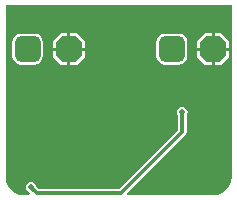
<source format=gbr>
%TF.GenerationSoftware,Altium Limited,Altium Designer,23.9.2 (47)*%
G04 Layer_Physical_Order=2*
G04 Layer_Color=16711680*
%FSLAX45Y45*%
%MOMM*%
%TF.SameCoordinates,14EE52A8-4136-4093-BC95-9A2147CF655B*%
%TF.FilePolarity,Positive*%
%TF.FileFunction,Copper,L2,Bot,Signal*%
%TF.Part,Single*%
G01*
G75*
%TA.AperFunction,Conductor*%
%ADD22C,0.30000*%
%ADD23C,0.20000*%
%TA.AperFunction,ComponentPad*%
G04:AMPARAMS|DCode=25|XSize=2.2mm|YSize=2.2mm|CornerRadius=0mm|HoleSize=0mm|Usage=FLASHONLY|Rotation=180.000|XOffset=0mm|YOffset=0mm|HoleType=Round|Shape=Octagon|*
%AMOCTAGOND25*
4,1,8,-1.10000,0.55000,-1.10000,-0.55000,-0.55000,-1.10000,0.55000,-1.10000,1.10000,-0.55000,1.10000,0.55000,0.55000,1.10000,-0.55000,1.10000,-1.10000,0.55000,0.0*
%
%ADD25OCTAGOND25*%

G04:AMPARAMS|DCode=26|XSize=2.2mm|YSize=2.2mm|CornerRadius=0.55mm|HoleSize=0mm|Usage=FLASHONLY|Rotation=180.000|XOffset=0mm|YOffset=0mm|HoleType=Round|Shape=RoundedRectangle|*
%AMROUNDEDRECTD26*
21,1,2.20000,1.10000,0,0,180.0*
21,1,1.10000,2.20000,0,0,180.0*
1,1,1.10000,-0.55000,0.55000*
1,1,1.10000,0.55000,0.55000*
1,1,1.10000,0.55000,-0.55000*
1,1,1.10000,-0.55000,-0.55000*
%
%ADD26ROUNDEDRECTD26*%
%TA.AperFunction,ViaPad*%
%ADD27C,0.50000*%
G36*
X1556904Y726853D02*
X1556505Y725703D01*
X1556152Y724108D01*
X1555846Y722066D01*
X1555376Y716643D01*
X1555024Y705161D01*
X1555000Y700442D01*
X1525000Y699680D01*
X1524974Y704394D01*
X1523706Y723356D01*
X1523309Y724963D01*
X1522860Y726126D01*
X1522358Y726845D01*
X1557351Y727556D01*
X1556904Y726853D01*
D02*
G37*
G36*
X285167Y108910D02*
X285684Y107791D01*
X286552Y106393D01*
X287770Y104716D01*
X291256Y100523D01*
X299109Y92140D01*
X302426Y88787D01*
X281213Y67574D01*
X277860Y70891D01*
X263607Y83448D01*
X262209Y84316D01*
X261090Y84833D01*
X260250Y85001D01*
X284999Y109750D01*
X285167Y108910D01*
D02*
G37*
G36*
X1956056Y200000D02*
X1956164Y199453D01*
X1950913Y159563D01*
X1935305Y121882D01*
X1910476Y89524D01*
X1878118Y64695D01*
X1840437Y49087D01*
X1800547Y43836D01*
X1800000Y43944D01*
X1074010D01*
X1068270Y57802D01*
X1565234Y554766D01*
X1572969Y566344D01*
X1575686Y580000D01*
Y698044D01*
X1576648Y700334D01*
X1576670Y704774D01*
X1576995Y715378D01*
X1577355Y719524D01*
X1577451Y720163D01*
X1577643Y721033D01*
X1577627Y721125D01*
X1581881Y727493D01*
X1585374Y745051D01*
X1581881Y762609D01*
X1571935Y777494D01*
X1557050Y787440D01*
X1539492Y790932D01*
X1521934Y787440D01*
X1507049Y777494D01*
X1497103Y762609D01*
X1493611Y745051D01*
X1497103Y727493D01*
X1502248Y719793D01*
X1503330Y703612D01*
X1503352Y699558D01*
X1503442Y699345D01*
X1503359Y699130D01*
X1504314Y696981D01*
Y594781D01*
X1005218Y95686D01*
X324782D01*
X318752Y101715D01*
X317815Y104013D01*
X314707Y107153D01*
X307490Y114858D01*
X304873Y118006D01*
X304531Y118478D01*
X304076Y119209D01*
X304045Y119232D01*
X302389Y127558D01*
X292443Y142443D01*
X277558Y152389D01*
X260000Y155882D01*
X242442Y152389D01*
X227557Y142443D01*
X217611Y127558D01*
X214118Y110000D01*
X217611Y92442D01*
X227557Y77557D01*
X242442Y67611D01*
X246958Y66713D01*
X252308Y58944D01*
X244874Y43944D01*
X200000D01*
X199453Y43836D01*
X159563Y49087D01*
X121882Y64695D01*
X89524Y89524D01*
X64695Y121882D01*
X49087Y159563D01*
X43836Y199453D01*
X43944Y200000D01*
Y1656056D01*
X1956056D01*
Y200000D01*
D02*
G37*
%LPC*%
G36*
X1867700Y1415400D02*
X1812700D01*
Y1292700D01*
X1935400D01*
Y1347700D01*
X1867700Y1415400D01*
D02*
G37*
G36*
X647699D02*
X592699D01*
Y1292700D01*
X715399D01*
Y1347700D01*
X647699Y1415400D01*
D02*
G37*
G36*
X1787300D02*
X1732300D01*
X1664600Y1347700D01*
Y1292700D01*
X1787300D01*
Y1415400D01*
D02*
G37*
G36*
X567299D02*
X512299D01*
X444599Y1347700D01*
Y1292700D01*
X567299D01*
Y1415400D01*
D02*
G37*
G36*
X1505000Y1411469D02*
X1395000D01*
X1365736Y1405648D01*
X1340928Y1389072D01*
X1324351Y1364263D01*
X1318531Y1335000D01*
Y1225000D01*
X1324351Y1195736D01*
X1340928Y1170928D01*
X1365736Y1154352D01*
X1395000Y1148531D01*
X1505000D01*
X1534263Y1154352D01*
X1559072Y1170928D01*
X1575648Y1195736D01*
X1581469Y1225000D01*
Y1335000D01*
X1575648Y1364263D01*
X1559072Y1389072D01*
X1534263Y1405648D01*
X1505000Y1411469D01*
D02*
G37*
G36*
X284999D02*
X174999D01*
X145736Y1405648D01*
X120927Y1389072D01*
X104351Y1364263D01*
X98530Y1335000D01*
Y1225000D01*
X104351Y1195736D01*
X120927Y1170928D01*
X145736Y1154352D01*
X174999Y1148531D01*
X284999D01*
X314263Y1154352D01*
X339071Y1170928D01*
X355647Y1195736D01*
X361468Y1225000D01*
Y1335000D01*
X355647Y1364263D01*
X339071Y1389072D01*
X314263Y1405648D01*
X284999Y1411469D01*
D02*
G37*
G36*
X1935400Y1267300D02*
X1812700D01*
Y1144600D01*
X1867700D01*
X1935400Y1212300D01*
Y1267300D01*
D02*
G37*
G36*
X1787300D02*
X1664600D01*
Y1212300D01*
X1732300Y1144600D01*
X1787300D01*
Y1267300D01*
D02*
G37*
G36*
X715399D02*
X592699D01*
Y1144600D01*
X647699D01*
X715399Y1212300D01*
Y1267300D01*
D02*
G37*
G36*
X567299D02*
X444599D01*
Y1212300D01*
X512299Y1144600D01*
X567299D01*
Y1267300D01*
D02*
G37*
%LPD*%
D22*
X260000Y110000D02*
X310000Y60000D01*
X1020000D01*
X1540000Y580000D02*
Y744543D01*
X1020000Y60000D02*
X1540000Y580000D01*
D23*
X1539492Y745051D02*
X1540000Y744543D01*
D25*
X1800000Y1280000D02*
D03*
X579999D02*
D03*
D26*
X1450000D02*
D03*
X229999D02*
D03*
D27*
X1050000Y400000D02*
D03*
X1700000Y160000D02*
D03*
X1790000Y270000D02*
D03*
X1260000Y1620000D02*
D03*
X740000D02*
D03*
X260000Y110000D02*
D03*
X470000Y970000D02*
D03*
X1200000Y570000D02*
D03*
X910000Y540000D02*
D03*
X1010000Y140000D02*
D03*
X1350000Y490000D02*
D03*
X1700000Y390000D02*
D03*
X1390000Y80000D02*
D03*
X1880000Y120000D02*
D03*
X1920000Y1620000D02*
D03*
X80000D02*
D03*
X180000Y90000D02*
D03*
X440000Y130000D02*
D03*
X660000Y630000D02*
D03*
X1820000Y750000D02*
D03*
X1910000Y860000D02*
D03*
X1820000Y970000D02*
D03*
X340000D02*
D03*
X640000Y830000D02*
D03*
X120000Y530000D02*
D03*
X430000Y580000D02*
D03*
X420000Y370000D02*
D03*
X700000Y130000D02*
D03*
X1539492Y745051D02*
D03*
%TF.MD5,64f3fa4e48f6709795959af8239c05ce*%
M02*

</source>
